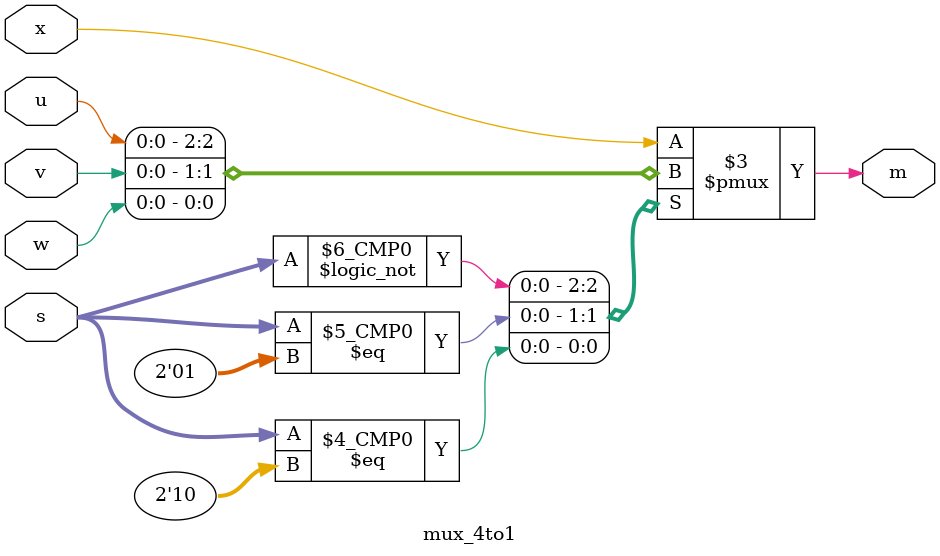
<source format=v>
module mux_4to1 (m,s,u,v,w,x);
input u,v,w,x;
input[1:0] s;
output m;
reg m;

always @(s or u or v or w or x)
begin 
    case(s)
        2'b00: m=u;
        2'b01: m=v;
        2'b10: m=w;
        default: m=x;
    endcase
end
endmodule
</source>
